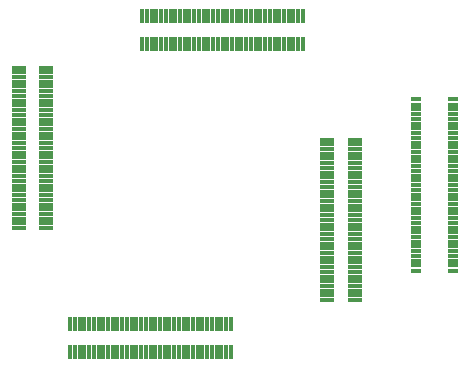
<source format=gbs>
G75*
%MOIN*%
%OFA0B0*%
%FSLAX25Y25*%
%IPPOS*%
%LPD*%
%AMOC8*
5,1,8,0,0,1.08239X$1,22.5*
%
%ADD10R,0.04888X0.01187*%
%ADD11R,0.01187X0.04888*%
%ADD12R,0.03353X0.01306*%
%ADD13R,0.03353X0.01778*%
D10*
X0090665Y0196866D03*
X0090665Y0198441D03*
X0090665Y0200016D03*
X0090665Y0201591D03*
X0090665Y0203165D03*
X0090665Y0204740D03*
X0090665Y0206315D03*
X0090665Y0207890D03*
X0090665Y0209465D03*
X0090665Y0211039D03*
X0090665Y0212614D03*
X0090665Y0214189D03*
X0090665Y0215764D03*
X0090665Y0217339D03*
X0090665Y0218913D03*
X0090665Y0220488D03*
X0090665Y0222063D03*
X0090665Y0223638D03*
X0090665Y0225213D03*
X0090665Y0226787D03*
X0090665Y0228362D03*
X0090665Y0229937D03*
X0090665Y0231512D03*
X0090665Y0233087D03*
X0090665Y0234661D03*
X0090665Y0236236D03*
X0090665Y0237811D03*
X0090665Y0239386D03*
X0090665Y0240961D03*
X0090665Y0242535D03*
X0090665Y0244110D03*
X0090665Y0245685D03*
X0090665Y0247260D03*
X0090665Y0248835D03*
X0090665Y0250409D03*
X0099878Y0250409D03*
X0099878Y0248835D03*
X0099878Y0247260D03*
X0099878Y0245685D03*
X0099878Y0244110D03*
X0099878Y0242535D03*
X0099878Y0240961D03*
X0099878Y0239386D03*
X0099878Y0237811D03*
X0099878Y0236236D03*
X0099878Y0234661D03*
X0099878Y0233087D03*
X0099878Y0231512D03*
X0099878Y0229937D03*
X0099878Y0228362D03*
X0099878Y0226787D03*
X0099878Y0225213D03*
X0099878Y0223638D03*
X0099878Y0222063D03*
X0099878Y0220488D03*
X0099878Y0218913D03*
X0099878Y0217339D03*
X0099878Y0215764D03*
X0099878Y0214189D03*
X0099878Y0212614D03*
X0099878Y0211039D03*
X0099878Y0209465D03*
X0099878Y0207890D03*
X0099878Y0206315D03*
X0099878Y0204740D03*
X0099878Y0203165D03*
X0099878Y0201591D03*
X0099878Y0200016D03*
X0099878Y0198441D03*
X0099878Y0196866D03*
X0193461Y0196472D03*
X0193461Y0194898D03*
X0193461Y0193323D03*
X0193461Y0191748D03*
X0193461Y0190173D03*
X0193461Y0188598D03*
X0193461Y0187024D03*
X0193461Y0185449D03*
X0193461Y0183874D03*
X0193461Y0182299D03*
X0193461Y0180724D03*
X0193461Y0179150D03*
X0193461Y0177575D03*
X0193461Y0176000D03*
X0193461Y0174425D03*
X0193461Y0172850D03*
X0202673Y0172850D03*
X0202673Y0174425D03*
X0202673Y0176000D03*
X0202673Y0177575D03*
X0202673Y0179150D03*
X0202673Y0180724D03*
X0202673Y0182299D03*
X0202673Y0183874D03*
X0202673Y0185449D03*
X0202673Y0187024D03*
X0202673Y0188598D03*
X0202673Y0190173D03*
X0202673Y0191748D03*
X0202673Y0193323D03*
X0202673Y0194898D03*
X0202673Y0196472D03*
X0202673Y0198047D03*
X0202673Y0199622D03*
X0202673Y0201197D03*
X0202673Y0202772D03*
X0202673Y0204346D03*
X0202673Y0205921D03*
X0202673Y0207496D03*
X0202673Y0209071D03*
X0202673Y0210646D03*
X0202673Y0212220D03*
X0202673Y0213795D03*
X0202673Y0215370D03*
X0202673Y0216945D03*
X0202673Y0218520D03*
X0202673Y0220094D03*
X0202673Y0221669D03*
X0202673Y0223244D03*
X0202673Y0224819D03*
X0202673Y0226394D03*
X0193461Y0226394D03*
X0193461Y0224819D03*
X0193461Y0223244D03*
X0193461Y0221669D03*
X0193461Y0220094D03*
X0193461Y0218520D03*
X0193461Y0216945D03*
X0193461Y0215370D03*
X0193461Y0213795D03*
X0193461Y0212220D03*
X0193461Y0210646D03*
X0193461Y0209071D03*
X0193461Y0207496D03*
X0193461Y0205921D03*
X0193461Y0204346D03*
X0193461Y0202772D03*
X0193461Y0201197D03*
X0193461Y0199622D03*
X0193461Y0198047D03*
D11*
X0107890Y0155626D03*
X0109465Y0155626D03*
X0111039Y0155626D03*
X0112614Y0155626D03*
X0114189Y0155626D03*
X0115764Y0155626D03*
X0117339Y0155626D03*
X0118913Y0155626D03*
X0120488Y0155626D03*
X0122063Y0155626D03*
X0123638Y0155626D03*
X0125213Y0155626D03*
X0126787Y0155626D03*
X0128362Y0155626D03*
X0129937Y0155626D03*
X0131512Y0155626D03*
X0133087Y0155626D03*
X0134661Y0155626D03*
X0136236Y0155626D03*
X0137811Y0155626D03*
X0139386Y0155626D03*
X0140961Y0155626D03*
X0142535Y0155626D03*
X0144110Y0155626D03*
X0145685Y0155626D03*
X0147260Y0155626D03*
X0148835Y0155626D03*
X0150409Y0155626D03*
X0151984Y0155626D03*
X0153559Y0155626D03*
X0155134Y0155626D03*
X0156709Y0155626D03*
X0158283Y0155626D03*
X0159858Y0155626D03*
X0161433Y0155626D03*
X0161433Y0164839D03*
X0159858Y0164839D03*
X0158283Y0164839D03*
X0156709Y0164839D03*
X0155134Y0164839D03*
X0153559Y0164839D03*
X0151984Y0164839D03*
X0150409Y0164839D03*
X0148835Y0164839D03*
X0147260Y0164839D03*
X0145685Y0164839D03*
X0144110Y0164839D03*
X0142535Y0164839D03*
X0140961Y0164839D03*
X0139386Y0164839D03*
X0137811Y0164839D03*
X0136236Y0164839D03*
X0134661Y0164839D03*
X0133087Y0164839D03*
X0131512Y0164839D03*
X0129937Y0164839D03*
X0128362Y0164839D03*
X0126787Y0164839D03*
X0125213Y0164839D03*
X0123638Y0164839D03*
X0122063Y0164839D03*
X0120488Y0164839D03*
X0118913Y0164839D03*
X0117339Y0164839D03*
X0115764Y0164839D03*
X0114189Y0164839D03*
X0112614Y0164839D03*
X0111039Y0164839D03*
X0109465Y0164839D03*
X0107890Y0164839D03*
X0131906Y0258421D03*
X0133480Y0258421D03*
X0135055Y0258421D03*
X0136630Y0258421D03*
X0138205Y0258421D03*
X0139780Y0258421D03*
X0141354Y0258421D03*
X0142929Y0258421D03*
X0144504Y0258421D03*
X0146079Y0258421D03*
X0147654Y0258421D03*
X0149228Y0258421D03*
X0150803Y0258421D03*
X0152378Y0258421D03*
X0153953Y0258421D03*
X0155528Y0258421D03*
X0157102Y0258421D03*
X0158677Y0258421D03*
X0160252Y0258421D03*
X0161827Y0258421D03*
X0163402Y0258421D03*
X0164976Y0258421D03*
X0166551Y0258421D03*
X0168126Y0258421D03*
X0169701Y0258421D03*
X0171276Y0258421D03*
X0172850Y0258421D03*
X0174425Y0258421D03*
X0176000Y0258421D03*
X0177575Y0258421D03*
X0179150Y0258421D03*
X0180724Y0258421D03*
X0182299Y0258421D03*
X0183874Y0258421D03*
X0185449Y0258421D03*
X0185449Y0267634D03*
X0183874Y0267634D03*
X0182299Y0267634D03*
X0180724Y0267634D03*
X0179150Y0267634D03*
X0177575Y0267634D03*
X0176000Y0267634D03*
X0174425Y0267634D03*
X0172850Y0267634D03*
X0171276Y0267634D03*
X0169701Y0267634D03*
X0168126Y0267634D03*
X0166551Y0267634D03*
X0164976Y0267634D03*
X0163402Y0267634D03*
X0161827Y0267634D03*
X0160252Y0267634D03*
X0158677Y0267634D03*
X0157102Y0267634D03*
X0155528Y0267634D03*
X0153953Y0267634D03*
X0152378Y0267634D03*
X0150803Y0267634D03*
X0149228Y0267634D03*
X0147654Y0267634D03*
X0146079Y0267634D03*
X0144504Y0267634D03*
X0142929Y0267634D03*
X0141354Y0267634D03*
X0139780Y0267634D03*
X0138205Y0267634D03*
X0136630Y0267634D03*
X0135055Y0267634D03*
X0133480Y0267634D03*
X0131906Y0267634D03*
D12*
X0223106Y0238008D03*
X0223106Y0236433D03*
X0223106Y0234858D03*
X0223106Y0233283D03*
X0223106Y0231709D03*
X0223106Y0230134D03*
X0223106Y0228559D03*
X0223106Y0226984D03*
X0223106Y0225409D03*
X0223106Y0223835D03*
X0223106Y0222260D03*
X0223106Y0220685D03*
X0223106Y0219110D03*
X0223106Y0217535D03*
X0223106Y0215961D03*
X0223106Y0214386D03*
X0223106Y0212811D03*
X0223106Y0211236D03*
X0223106Y0209661D03*
X0223106Y0208087D03*
X0223106Y0206512D03*
X0223106Y0204937D03*
X0223106Y0203362D03*
X0223106Y0201787D03*
X0223106Y0200213D03*
X0223106Y0198638D03*
X0223106Y0197063D03*
X0223106Y0195488D03*
X0223106Y0193913D03*
X0223106Y0192339D03*
X0223106Y0190764D03*
X0223106Y0189189D03*
X0223106Y0187614D03*
X0223106Y0186039D03*
X0223106Y0184465D03*
X0235587Y0184465D03*
X0235587Y0186039D03*
X0235587Y0187614D03*
X0235587Y0189189D03*
X0235587Y0190764D03*
X0235587Y0192339D03*
X0235587Y0193913D03*
X0235587Y0195488D03*
X0235587Y0197063D03*
X0235587Y0198638D03*
X0235587Y0200213D03*
X0235587Y0201787D03*
X0235587Y0203362D03*
X0235587Y0204937D03*
X0235587Y0206512D03*
X0235587Y0208087D03*
X0235587Y0209661D03*
X0235587Y0211236D03*
X0235587Y0212811D03*
X0235587Y0214386D03*
X0235587Y0215961D03*
X0235587Y0217535D03*
X0235587Y0219110D03*
X0235587Y0220685D03*
X0235587Y0222260D03*
X0235587Y0223835D03*
X0235587Y0225409D03*
X0235587Y0226984D03*
X0235587Y0228559D03*
X0235587Y0230134D03*
X0235587Y0231709D03*
X0235587Y0233283D03*
X0235587Y0234858D03*
X0235587Y0236433D03*
X0235587Y0238008D03*
D13*
X0235587Y0239878D03*
X0223106Y0239878D03*
X0223106Y0182594D03*
X0235587Y0182594D03*
M02*

</source>
